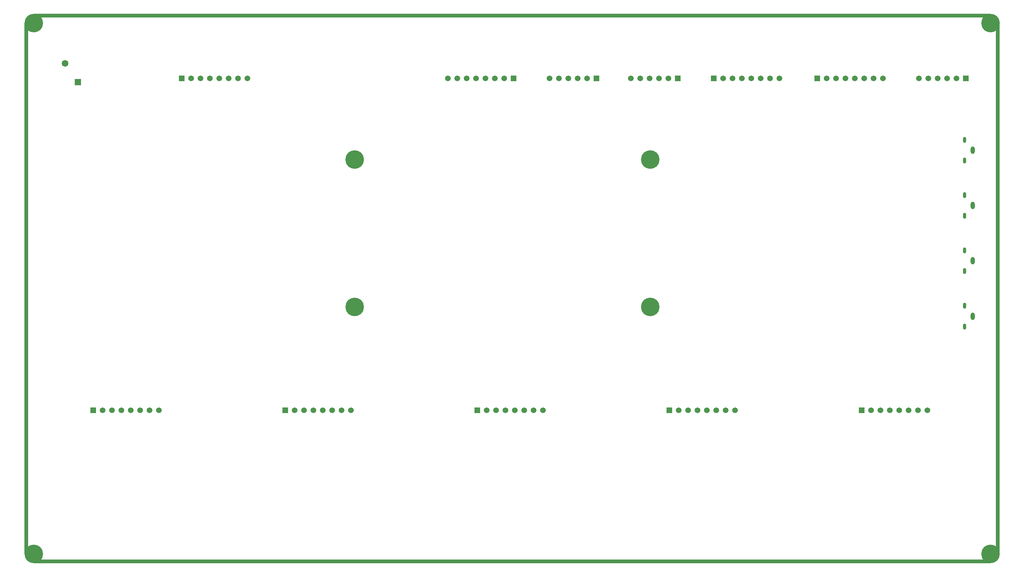
<source format=gbr>
%TF.GenerationSoftware,Altium Limited,Altium Designer,20.0.13 (296)*%
G04 Layer_Color=16711935*
%FSLAX26Y26*%
%MOIN*%
%TF.FileFunction,Soldermask,Bot*%
%TF.Part,Single*%
G01*
G75*
%TA.AperFunction,ViaPad*%
%ADD41C,0.029528*%
%TA.AperFunction,NonConductor*%
%ADD45R,0.039370X5.669291*%
%ADD46R,10.196850X0.039370*%
%TA.AperFunction,ComponentPad*%
%ADD47O,0.044094X0.079528*%
%ADD48O,0.032283X0.063779*%
%ADD49R,0.060787X0.060787*%
%ADD50C,0.060787*%
%ADD51R,0.071653X0.071653*%
%ADD52C,0.071653*%
%TA.AperFunction,ViaPad*%
%ADD53C,0.197638*%
D41*
X10236206Y5866142D02*
D03*
X10196835D02*
D03*
X10157466D02*
D03*
X9881876D02*
D03*
X9921246D02*
D03*
X9960615D02*
D03*
X9999986D02*
D03*
X10039355D02*
D03*
X9842505D02*
D03*
X9803136D02*
D03*
X9763765D02*
D03*
X9724396D02*
D03*
X9685025D02*
D03*
X10118095D02*
D03*
X10078726D02*
D03*
X10236206Y39370D02*
D03*
X10196836D02*
D03*
X10157466D02*
D03*
X9881876D02*
D03*
X9921246D02*
D03*
X9960616D02*
D03*
X9999986D02*
D03*
X10039356D02*
D03*
X9842506D02*
D03*
X9803136D02*
D03*
X9763766D02*
D03*
X9724396D02*
D03*
X9685026D02*
D03*
X10118096D02*
D03*
X10078726D02*
D03*
X39370Y5354322D02*
D03*
Y5314952D02*
D03*
Y5275582D02*
D03*
Y5708651D02*
D03*
Y5669282D02*
D03*
Y5629912D02*
D03*
Y5590542D02*
D03*
Y5393691D02*
D03*
Y5433061D02*
D03*
Y5472431D02*
D03*
Y5511801D02*
D03*
Y5551172D02*
D03*
Y5236212D02*
D03*
Y4999992D02*
D03*
Y4960622D02*
D03*
Y4921252D02*
D03*
Y4881882D02*
D03*
Y4842511D02*
D03*
Y5039361D02*
D03*
Y5078731D02*
D03*
Y5118101D02*
D03*
Y5157471D02*
D03*
Y5196842D02*
D03*
Y4724401D02*
D03*
Y4763771D02*
D03*
Y4803141D02*
D03*
Y3858262D02*
D03*
Y3818892D02*
D03*
Y3779521D02*
D03*
Y4251962D02*
D03*
Y4212592D02*
D03*
Y4173221D02*
D03*
Y4133851D02*
D03*
Y4094481D02*
D03*
Y3897631D02*
D03*
Y3937001D02*
D03*
Y3976372D02*
D03*
Y4015742D02*
D03*
Y4055111D02*
D03*
Y4448811D02*
D03*
Y4409441D02*
D03*
Y4370072D02*
D03*
Y4330702D02*
D03*
Y4291332D02*
D03*
Y4488181D02*
D03*
Y4527551D02*
D03*
Y4566922D02*
D03*
Y4606292D02*
D03*
Y4685032D02*
D03*
Y4645662D02*
D03*
X10393701Y5354326D02*
D03*
Y5314956D02*
D03*
Y5275586D02*
D03*
Y5708656D02*
D03*
Y5669286D02*
D03*
Y5629916D02*
D03*
Y5590546D02*
D03*
Y5393696D02*
D03*
Y5433066D02*
D03*
Y5472436D02*
D03*
Y5511806D02*
D03*
Y5551176D02*
D03*
Y5236216D02*
D03*
Y4999996D02*
D03*
Y4960626D02*
D03*
Y4921256D02*
D03*
Y4881886D02*
D03*
Y4842516D02*
D03*
Y5039366D02*
D03*
Y5078736D02*
D03*
Y5118106D02*
D03*
Y5157476D02*
D03*
Y5196846D02*
D03*
Y4724406D02*
D03*
Y4763776D02*
D03*
Y4803146D02*
D03*
Y3858266D02*
D03*
Y3818896D02*
D03*
Y3779526D02*
D03*
Y4251966D02*
D03*
Y4212596D02*
D03*
Y4173226D02*
D03*
Y4133856D02*
D03*
Y4094486D02*
D03*
Y3897636D02*
D03*
Y3937006D02*
D03*
Y3976376D02*
D03*
Y4015746D02*
D03*
Y4055116D02*
D03*
Y4448816D02*
D03*
Y4409446D02*
D03*
Y4370076D02*
D03*
Y4330706D02*
D03*
Y4291336D02*
D03*
Y4488186D02*
D03*
Y4527556D02*
D03*
Y4566926D02*
D03*
Y4606296D02*
D03*
Y4685036D02*
D03*
Y4645666D02*
D03*
X9606286Y39370D02*
D03*
X9645656D02*
D03*
X9212586D02*
D03*
X9251956D02*
D03*
X9291326D02*
D03*
X9330696D02*
D03*
X9370066D02*
D03*
X9566916D02*
D03*
X9527546D02*
D03*
X9488176D02*
D03*
X9448806D02*
D03*
X9409436D02*
D03*
X8818886D02*
D03*
X8858256D02*
D03*
X8897626D02*
D03*
X8936996D02*
D03*
X8976366D02*
D03*
X9173216D02*
D03*
X9133846D02*
D03*
X9094476D02*
D03*
X9055106D02*
D03*
X9015736D02*
D03*
X8582666D02*
D03*
X8779516D02*
D03*
X8740146D02*
D03*
X8700776D02*
D03*
X8661406D02*
D03*
X8622036D02*
D03*
X8188966D02*
D03*
X8228336D02*
D03*
X8267706D02*
D03*
X8307076D02*
D03*
X8346446D02*
D03*
X8543296D02*
D03*
X8503926D02*
D03*
X8464556D02*
D03*
X8425186D02*
D03*
X8385816D02*
D03*
X7795266D02*
D03*
X7834636D02*
D03*
X7874006D02*
D03*
X7913376D02*
D03*
X7952746D02*
D03*
X8149596D02*
D03*
X8110226D02*
D03*
X8070856D02*
D03*
X8031486D02*
D03*
X7992116D02*
D03*
X7401566D02*
D03*
X7440936D02*
D03*
X7480306D02*
D03*
X7519676D02*
D03*
X7559046D02*
D03*
X7755896D02*
D03*
X7716526D02*
D03*
X7677156D02*
D03*
X7637786D02*
D03*
X7598416D02*
D03*
X7165346D02*
D03*
X7362196D02*
D03*
X7322826D02*
D03*
X7283456D02*
D03*
X7244086D02*
D03*
X7204716D02*
D03*
X6771646D02*
D03*
X6811016D02*
D03*
X6850386D02*
D03*
X6889756D02*
D03*
X6929126D02*
D03*
X7125976D02*
D03*
X7086606D02*
D03*
X7047236D02*
D03*
X7007866D02*
D03*
X6968496D02*
D03*
X6377946D02*
D03*
X6417316D02*
D03*
X6456686D02*
D03*
X6496056D02*
D03*
X6535426D02*
D03*
X6732276D02*
D03*
X6692906D02*
D03*
X6653536D02*
D03*
X6614166D02*
D03*
X6574796D02*
D03*
X5984246D02*
D03*
X6023616D02*
D03*
X6062986D02*
D03*
X6102356D02*
D03*
X6141726D02*
D03*
X6338576D02*
D03*
X6299206D02*
D03*
X6259836D02*
D03*
X6220466D02*
D03*
X6181096D02*
D03*
X5748026D02*
D03*
X5944876D02*
D03*
X5905506D02*
D03*
X5866136D02*
D03*
X5826766D02*
D03*
X5787396D02*
D03*
X9606285Y5866142D02*
D03*
X9645656D02*
D03*
X9212585D02*
D03*
X9251956D02*
D03*
X9291326D02*
D03*
X9330695D02*
D03*
X9370066D02*
D03*
X9566915D02*
D03*
X9527546D02*
D03*
X9488175D02*
D03*
X9448806D02*
D03*
X9409435D02*
D03*
X8818886D02*
D03*
X8858255D02*
D03*
X8897626D02*
D03*
X8936996D02*
D03*
X8976365D02*
D03*
X9173216D02*
D03*
X9133845D02*
D03*
X9094476D02*
D03*
X9055105D02*
D03*
X9015736D02*
D03*
X8582665D02*
D03*
X8779515D02*
D03*
X8740146D02*
D03*
X8700775D02*
D03*
X8661406D02*
D03*
X8622035D02*
D03*
X8188966D02*
D03*
X8228335D02*
D03*
X8267706D02*
D03*
X8307076D02*
D03*
X8346445D02*
D03*
X8543296D02*
D03*
X8503925D02*
D03*
X8464556D02*
D03*
X8425185D02*
D03*
X8385816D02*
D03*
X7795266D02*
D03*
X7834636D02*
D03*
X7874006D02*
D03*
X7913376D02*
D03*
X7952745D02*
D03*
X8149596D02*
D03*
X8110225D02*
D03*
X8070855D02*
D03*
X8031485D02*
D03*
X7992115D02*
D03*
X7401565D02*
D03*
X7440935D02*
D03*
X7480306D02*
D03*
X7519676D02*
D03*
X7559046D02*
D03*
X7755895D02*
D03*
X7716525D02*
D03*
X7677155D02*
D03*
X7637785D02*
D03*
X7598416D02*
D03*
X7165346D02*
D03*
X7362195D02*
D03*
X7322825D02*
D03*
X7283456D02*
D03*
X7244086D02*
D03*
X7204716D02*
D03*
X6771645D02*
D03*
X6811016D02*
D03*
X6850386D02*
D03*
X6889756D02*
D03*
X6929126D02*
D03*
X7125975D02*
D03*
X7086605D02*
D03*
X7047235D02*
D03*
X7007865D02*
D03*
X6968495D02*
D03*
X6377945D02*
D03*
X6417315D02*
D03*
X6456685D02*
D03*
X6496056D02*
D03*
X6535426D02*
D03*
X6732275D02*
D03*
X6692905D02*
D03*
X6653535D02*
D03*
X6614166D02*
D03*
X6574796D02*
D03*
X5984245D02*
D03*
X6023615D02*
D03*
X6062985D02*
D03*
X6102355D02*
D03*
X6141725D02*
D03*
X6338575D02*
D03*
X6299206D02*
D03*
X6259836D02*
D03*
X6220466D02*
D03*
X6181096D02*
D03*
X5748025D02*
D03*
X5944876D02*
D03*
X5905506D02*
D03*
X5866136D02*
D03*
X5826766D02*
D03*
X5787395D02*
D03*
X39370Y196851D02*
D03*
Y433072D02*
D03*
Y472442D02*
D03*
Y511812D02*
D03*
Y551182D02*
D03*
Y590552D02*
D03*
Y393702D02*
D03*
Y354332D02*
D03*
Y314962D02*
D03*
Y275591D02*
D03*
Y236221D02*
D03*
Y708662D02*
D03*
Y669292D02*
D03*
Y629922D02*
D03*
Y3543302D02*
D03*
Y3582671D02*
D03*
Y3622041D02*
D03*
Y3661412D02*
D03*
Y3700782D02*
D03*
Y3740151D02*
D03*
Y3149602D02*
D03*
Y3188972D02*
D03*
Y3228341D02*
D03*
Y3267711D02*
D03*
Y3307081D02*
D03*
Y3503932D02*
D03*
Y3464561D02*
D03*
Y3425191D02*
D03*
Y3385822D02*
D03*
Y3346452D02*
D03*
Y2755901D02*
D03*
Y2795271D02*
D03*
Y2834642D02*
D03*
Y2874012D02*
D03*
Y2913381D02*
D03*
Y3110231D02*
D03*
Y3070861D02*
D03*
Y3031492D02*
D03*
Y2992122D02*
D03*
Y2952751D02*
D03*
Y2362202D02*
D03*
Y2401572D02*
D03*
Y2440941D02*
D03*
Y2480311D02*
D03*
Y2519682D02*
D03*
Y2716532D02*
D03*
Y2677162D02*
D03*
Y2637791D02*
D03*
Y2598421D02*
D03*
Y2559052D02*
D03*
Y1968502D02*
D03*
Y2007871D02*
D03*
Y2047242D02*
D03*
Y2086611D02*
D03*
Y2125981D02*
D03*
Y2322831D02*
D03*
Y2283461D02*
D03*
Y2244091D02*
D03*
Y2204722D02*
D03*
Y2165352D02*
D03*
Y1574802D02*
D03*
Y1614171D02*
D03*
Y1653542D02*
D03*
Y1692911D02*
D03*
Y1732282D02*
D03*
Y1929131D02*
D03*
Y1889762D02*
D03*
Y1850391D02*
D03*
Y1811022D02*
D03*
Y1771651D02*
D03*
Y1181101D02*
D03*
Y1220472D02*
D03*
Y1259841D02*
D03*
Y1299211D02*
D03*
Y1338582D02*
D03*
Y1535431D02*
D03*
Y1496062D02*
D03*
Y1456691D02*
D03*
Y1417322D02*
D03*
Y1377951D02*
D03*
Y984251D02*
D03*
Y1023621D02*
D03*
Y1062992D02*
D03*
Y1102361D02*
D03*
Y1141732D02*
D03*
Y944881D02*
D03*
Y905511D02*
D03*
Y866141D02*
D03*
Y826771D02*
D03*
Y748032D02*
D03*
Y787402D02*
D03*
X10393701Y3149606D02*
D03*
Y3188976D02*
D03*
Y3110236D02*
D03*
Y3070866D02*
D03*
Y3031496D02*
D03*
Y2992126D02*
D03*
Y2795276D02*
D03*
Y2834646D02*
D03*
Y2874016D02*
D03*
Y2913386D02*
D03*
Y2952756D02*
D03*
Y2559056D02*
D03*
Y2519686D02*
D03*
Y2480316D02*
D03*
Y2440946D02*
D03*
Y2401576D02*
D03*
Y2598426D02*
D03*
Y2637796D02*
D03*
Y2677166D02*
D03*
Y2716536D02*
D03*
Y2755906D02*
D03*
Y2165356D02*
D03*
Y2125986D02*
D03*
Y2086616D02*
D03*
Y2047246D02*
D03*
Y2007876D02*
D03*
Y2204726D02*
D03*
Y2244096D02*
D03*
Y2283466D02*
D03*
Y2322836D02*
D03*
Y2362206D02*
D03*
Y1771656D02*
D03*
Y1732286D02*
D03*
Y1692916D02*
D03*
Y1653546D02*
D03*
Y1614176D02*
D03*
Y1811026D02*
D03*
Y1850396D02*
D03*
Y1889766D02*
D03*
Y1929136D02*
D03*
Y1968506D02*
D03*
Y1377956D02*
D03*
Y1338586D02*
D03*
Y1299216D02*
D03*
Y1259846D02*
D03*
Y1220476D02*
D03*
Y1417326D02*
D03*
Y1456696D02*
D03*
Y1496066D02*
D03*
Y1535436D02*
D03*
Y1574806D02*
D03*
Y984256D02*
D03*
Y944886D02*
D03*
Y905516D02*
D03*
Y866146D02*
D03*
Y826776D02*
D03*
Y1023626D02*
D03*
Y1062996D02*
D03*
Y1102366D02*
D03*
Y1141736D02*
D03*
Y1181106D02*
D03*
Y590556D02*
D03*
Y551186D02*
D03*
Y511816D02*
D03*
Y472446D02*
D03*
Y433076D02*
D03*
Y629926D02*
D03*
Y669296D02*
D03*
Y708666D02*
D03*
Y748036D02*
D03*
Y787406D02*
D03*
Y196856D02*
D03*
Y236226D02*
D03*
Y275596D02*
D03*
Y314966D02*
D03*
Y354336D02*
D03*
Y393706D02*
D03*
Y3307086D02*
D03*
Y3267716D02*
D03*
Y3228346D02*
D03*
Y3700786D02*
D03*
Y3661416D02*
D03*
Y3622046D02*
D03*
Y3582676D02*
D03*
Y3543306D02*
D03*
Y3346456D02*
D03*
Y3385826D02*
D03*
Y3425196D02*
D03*
Y3464566D02*
D03*
Y3503936D02*
D03*
Y3740156D02*
D03*
X2755905Y5866142D02*
D03*
X2716535D02*
D03*
X2795276D02*
D03*
X2834646D02*
D03*
X2874015D02*
D03*
X2913385D02*
D03*
X3110235D02*
D03*
X3070865D02*
D03*
X3031495D02*
D03*
X2992126D02*
D03*
X2952756D02*
D03*
X3346456D02*
D03*
X3385825D02*
D03*
X3425195D02*
D03*
X3464566D02*
D03*
X3503936D02*
D03*
X3307086D02*
D03*
X3267715D02*
D03*
X3228345D02*
D03*
X3188976D02*
D03*
X3149606D02*
D03*
X3740155D02*
D03*
X3779526D02*
D03*
X3818896D02*
D03*
X3858265D02*
D03*
X3897635D02*
D03*
X3700785D02*
D03*
X3661416D02*
D03*
X3622046D02*
D03*
X3582675D02*
D03*
X3543305D02*
D03*
X4133855D02*
D03*
X4173225D02*
D03*
X4212596D02*
D03*
X4251966D02*
D03*
X4291336D02*
D03*
X4094485D02*
D03*
X4055115D02*
D03*
X4015745D02*
D03*
X3976376D02*
D03*
X3937006D02*
D03*
X4527556D02*
D03*
X4566926D02*
D03*
X4606296D02*
D03*
X4645666D02*
D03*
X4685035D02*
D03*
X4488185D02*
D03*
X4448815D02*
D03*
X4409445D02*
D03*
X4370075D02*
D03*
X4330706D02*
D03*
X4921256D02*
D03*
X4960626D02*
D03*
X4999995D02*
D03*
X5039365D02*
D03*
X5078735D02*
D03*
X4881886D02*
D03*
X4842516D02*
D03*
X4803145D02*
D03*
X4763775D02*
D03*
X4724405D02*
D03*
X5314956D02*
D03*
X5354325D02*
D03*
X5393695D02*
D03*
X5433065D02*
D03*
X5472435D02*
D03*
X5275586D02*
D03*
X5236216D02*
D03*
X5196846D02*
D03*
X5157475D02*
D03*
X5118105D02*
D03*
X5708655D02*
D03*
X5669285D02*
D03*
X5629916D02*
D03*
X5590546D02*
D03*
X5551176D02*
D03*
X5511806D02*
D03*
X2598425D02*
D03*
X2637796D02*
D03*
X2677166D02*
D03*
X2204726D02*
D03*
X2244095D02*
D03*
X2283465D02*
D03*
X2322836D02*
D03*
X2362206D02*
D03*
X2559055D02*
D03*
X2519686D02*
D03*
X2480316D02*
D03*
X2440945D02*
D03*
X2401575D02*
D03*
X2007876D02*
D03*
X2047245D02*
D03*
X2086615D02*
D03*
X2125985D02*
D03*
X2165356D02*
D03*
X1968505D02*
D03*
X1929136D02*
D03*
X1889765D02*
D03*
X1850396D02*
D03*
X1771656D02*
D03*
X1811025D02*
D03*
X1653545D02*
D03*
X1692916D02*
D03*
X1732285D02*
D03*
X1259845D02*
D03*
X1299216D02*
D03*
X1338585D02*
D03*
X1377956D02*
D03*
X1417325D02*
D03*
X1614176D02*
D03*
X1574805D02*
D03*
X1535436D02*
D03*
X1496065D02*
D03*
X1456696D02*
D03*
X1062995D02*
D03*
X1102366D02*
D03*
X1141736D02*
D03*
X1181105D02*
D03*
X1220476D02*
D03*
X1023625D02*
D03*
X984255D02*
D03*
X944885D02*
D03*
X905515D02*
D03*
X826775D02*
D03*
X866145D02*
D03*
X708665D02*
D03*
X748035D02*
D03*
X787405D02*
D03*
X314966D02*
D03*
X354336D02*
D03*
X393705D02*
D03*
X433075D02*
D03*
X472445D02*
D03*
X669295D02*
D03*
X629926D02*
D03*
X590556D02*
D03*
X551186D02*
D03*
X511815D02*
D03*
X196856D02*
D03*
X236226D02*
D03*
X275596D02*
D03*
X5629916Y39370D02*
D03*
X5669286D02*
D03*
X5708656D02*
D03*
X5393696D02*
D03*
X5354326D02*
D03*
X5314956D02*
D03*
X5275586D02*
D03*
X5236216D02*
D03*
X5433066D02*
D03*
X5472436D02*
D03*
X5511806D02*
D03*
X5551176D02*
D03*
X5590546D02*
D03*
X5118106D02*
D03*
X5157476D02*
D03*
X5196846D02*
D03*
X5039366D02*
D03*
X5078736D02*
D03*
X4999996D02*
D03*
X4960626D02*
D03*
X4921256D02*
D03*
X4881886D02*
D03*
X4685036D02*
D03*
X4724406D02*
D03*
X4763776D02*
D03*
X4803146D02*
D03*
X4842516D02*
D03*
X4448816D02*
D03*
X4409446D02*
D03*
X4370076D02*
D03*
X4330706D02*
D03*
X4291336D02*
D03*
X4488186D02*
D03*
X4527556D02*
D03*
X4566926D02*
D03*
X4606296D02*
D03*
X4645666D02*
D03*
X4173226D02*
D03*
X4212596D02*
D03*
X4251966D02*
D03*
X4094486D02*
D03*
X4133856D02*
D03*
X4055116D02*
D03*
X4015746D02*
D03*
X3976376D02*
D03*
X3937006D02*
D03*
X3740156D02*
D03*
X3779526D02*
D03*
X3818896D02*
D03*
X3858266D02*
D03*
X3897636D02*
D03*
X3503936D02*
D03*
X3464566D02*
D03*
X3425196D02*
D03*
X3385826D02*
D03*
X3346456D02*
D03*
X3543306D02*
D03*
X3582676D02*
D03*
X3622046D02*
D03*
X3661416D02*
D03*
X3700786D02*
D03*
X3228346D02*
D03*
X3267716D02*
D03*
X3307086D02*
D03*
X393706D02*
D03*
X354336D02*
D03*
X314966D02*
D03*
X275596D02*
D03*
X236226D02*
D03*
X196856D02*
D03*
X787406D02*
D03*
X748036D02*
D03*
X708666D02*
D03*
X669296D02*
D03*
X629926D02*
D03*
X433076D02*
D03*
X472446D02*
D03*
X511816D02*
D03*
X551186D02*
D03*
X590556D02*
D03*
X1181106D02*
D03*
X1141736D02*
D03*
X1102366D02*
D03*
X1062996D02*
D03*
X1023626D02*
D03*
X826776D02*
D03*
X866146D02*
D03*
X905516D02*
D03*
X944886D02*
D03*
X984256D02*
D03*
X1574806D02*
D03*
X1535436D02*
D03*
X1496066D02*
D03*
X1456696D02*
D03*
X1417326D02*
D03*
X1220476D02*
D03*
X1259846D02*
D03*
X1299216D02*
D03*
X1338586D02*
D03*
X1377956D02*
D03*
X1968506D02*
D03*
X1929136D02*
D03*
X1889766D02*
D03*
X1850396D02*
D03*
X1811026D02*
D03*
X1614176D02*
D03*
X1653546D02*
D03*
X1692916D02*
D03*
X1732286D02*
D03*
X1771656D02*
D03*
X2362206D02*
D03*
X2322836D02*
D03*
X2283466D02*
D03*
X2244096D02*
D03*
X2204726D02*
D03*
X2007876D02*
D03*
X2047246D02*
D03*
X2086616D02*
D03*
X2125986D02*
D03*
X2165356D02*
D03*
X2755906D02*
D03*
X2716536D02*
D03*
X2677166D02*
D03*
X2637796D02*
D03*
X2598426D02*
D03*
X2401576D02*
D03*
X2440946D02*
D03*
X2480316D02*
D03*
X2519686D02*
D03*
X2559056D02*
D03*
X2952756D02*
D03*
X2913386D02*
D03*
X2874016D02*
D03*
X2834646D02*
D03*
X2795276D02*
D03*
X2992126D02*
D03*
X3031496D02*
D03*
X3070866D02*
D03*
X3110236D02*
D03*
X3188976D02*
D03*
X3149606D02*
D03*
D45*
X10393701Y2952756D02*
D03*
X39370D02*
D03*
D46*
X5216732Y5866142D02*
D03*
X5216339Y39370D02*
D03*
D47*
X10125984Y2657480D02*
D03*
Y3248032D02*
D03*
Y3838583D02*
D03*
Y4429134D02*
D03*
D48*
X10039370Y2767716D02*
D03*
Y2547244D02*
D03*
Y3358268D02*
D03*
Y3137795D02*
D03*
Y3948819D02*
D03*
Y3728347D02*
D03*
Y4539370D02*
D03*
Y4318898D02*
D03*
D49*
X6982283Y5196850D02*
D03*
X6116142D02*
D03*
X5231890D02*
D03*
X10053150D02*
D03*
X8468898D02*
D03*
X7366535D02*
D03*
X2799606Y1653543D02*
D03*
X4846850D02*
D03*
X6894095D02*
D03*
X8941339D02*
D03*
X752362D02*
D03*
X1697244Y5196850D02*
D03*
D50*
X6882283D02*
D03*
X6782283D02*
D03*
X6682283D02*
D03*
X6582283D02*
D03*
X6482283D02*
D03*
X6016142D02*
D03*
X5916142D02*
D03*
X5816142D02*
D03*
X5716142D02*
D03*
X5616142D02*
D03*
X5131890D02*
D03*
X5031890D02*
D03*
X4931890D02*
D03*
X4831890D02*
D03*
X4731890D02*
D03*
X4631890D02*
D03*
X4531890D02*
D03*
X9953150D02*
D03*
X9853150D02*
D03*
X9753150D02*
D03*
X9653150D02*
D03*
X9553150D02*
D03*
X8568898D02*
D03*
X8668898D02*
D03*
X8768898D02*
D03*
X8868898D02*
D03*
X8968898D02*
D03*
X9068898D02*
D03*
X9168898D02*
D03*
X7466535D02*
D03*
X7566535D02*
D03*
X7666535D02*
D03*
X7766535D02*
D03*
X7866535D02*
D03*
X7966535D02*
D03*
X8066535D02*
D03*
X2899606Y1653543D02*
D03*
X2999606D02*
D03*
X3099606D02*
D03*
X3199606D02*
D03*
X3299606D02*
D03*
X3399606D02*
D03*
X3499606D02*
D03*
X4946850D02*
D03*
X5046850D02*
D03*
X5146850D02*
D03*
X5246850D02*
D03*
X5346850D02*
D03*
X5446850D02*
D03*
X5546850D02*
D03*
X6994095D02*
D03*
X7094095D02*
D03*
X7194095D02*
D03*
X7294095D02*
D03*
X7394095D02*
D03*
X7494095D02*
D03*
X7594095D02*
D03*
X9041339D02*
D03*
X9141339D02*
D03*
X9241339D02*
D03*
X9341339D02*
D03*
X9441339D02*
D03*
X9541339D02*
D03*
X9641339D02*
D03*
X852362D02*
D03*
X952362D02*
D03*
X1052362D02*
D03*
X1152362D02*
D03*
X1252362D02*
D03*
X1352362D02*
D03*
X1452362D02*
D03*
X1797244Y5196850D02*
D03*
X1897244D02*
D03*
X1997244D02*
D03*
X2097244D02*
D03*
X2197244D02*
D03*
X2297244D02*
D03*
X2397244D02*
D03*
D51*
X590551Y5157480D02*
D03*
D52*
X452756Y5354331D02*
D03*
D53*
X10314961Y118110D02*
D03*
Y5787402D02*
D03*
X118110D02*
D03*
Y118110D02*
D03*
X3540122Y2755905D02*
D03*
Y4330709D02*
D03*
X6689728Y2755905D02*
D03*
Y4330709D02*
D03*
%TF.MD5,bfdeeca7f19de3674b227f114eb52de1*%
M02*

</source>
